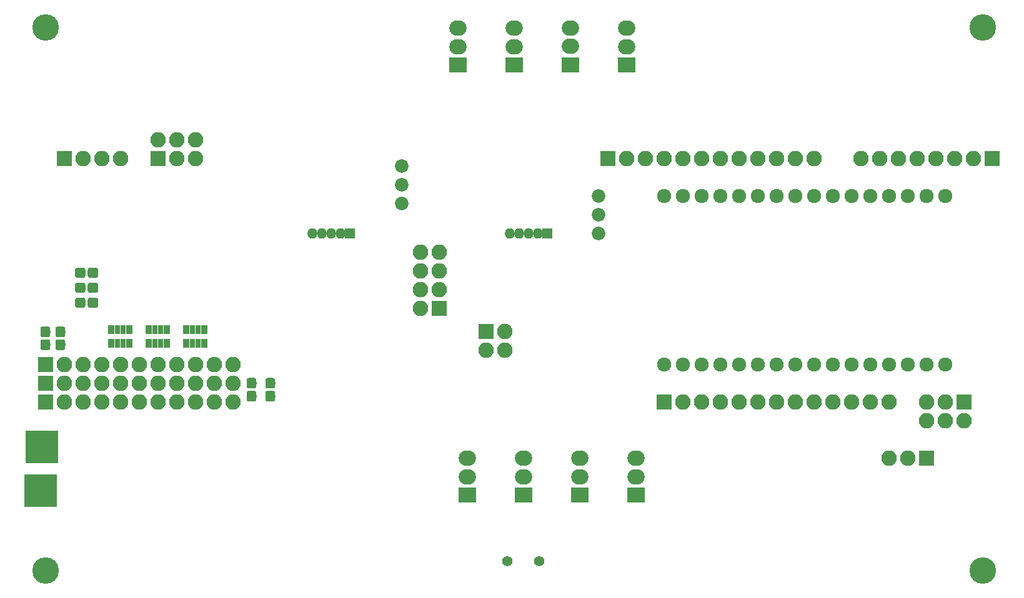
<source format=gbr>
G04 #@! TF.GenerationSoftware,KiCad,Pcbnew,(5.0.0)*
G04 #@! TF.CreationDate,2018-12-02T19:46:23+01:00*
G04 #@! TF.ProjectId,Nightmare V2,4E696768746D6172652056322E6B6963,rev?*
G04 #@! TF.SameCoordinates,Original*
G04 #@! TF.FileFunction,Soldermask,Bot*
G04 #@! TF.FilePolarity,Negative*
%FSLAX46Y46*%
G04 Gerber Fmt 4.6, Leading zero omitted, Abs format (unit mm)*
G04 Created by KiCad (PCBNEW (5.0.0)) date 12/02/18 19:46:23*
%MOMM*%
%LPD*%
G01*
G04 APERTURE LIST*
%ADD10O,2.100000X2.100000*%
%ADD11R,2.100000X2.100000*%
%ADD12C,1.840000*%
%ADD13R,4.400000X4.400000*%
%ADD14C,3.600000*%
%ADD15C,0.100000*%
%ADD16C,1.350000*%
%ADD17O,2.350000X2.100000*%
%ADD18R,2.350000X2.100000*%
%ADD19O,1.400000X1.400000*%
%ADD20R,1.400000X1.400000*%
%ADD21C,1.400000*%
%ADD22R,0.900000X1.200000*%
%ADD23R,0.800000X1.200000*%
%ADD24C,1.924000*%
G04 APERTURE END LIST*
D10*
G04 #@! TO.C,J19*
X228600000Y-91440000D03*
X228600000Y-88900000D03*
X231140000Y-91440000D03*
X231140000Y-88900000D03*
X233680000Y-91440000D03*
D11*
X233680000Y-88900000D03*
G04 #@! TD*
D12*
G04 #@! TO.C,RV2*
X157480000Y-61976000D03*
X157480000Y-59436000D03*
X157480000Y-56896000D03*
G04 #@! TD*
D13*
G04 #@! TO.C,J24*
X108585000Y-100965000D03*
G04 #@! TD*
G04 #@! TO.C,J25*
X108712000Y-94996000D03*
G04 #@! TD*
D11*
G04 #@! TO.C,J22*
X168910000Y-79375000D03*
D10*
X171450000Y-79375000D03*
X168910000Y-81915000D03*
X171450000Y-81915000D03*
G04 #@! TD*
D14*
G04 #@! TO.C,MH1*
X109220000Y-38100000D03*
G04 #@! TD*
G04 #@! TO.C,MH2*
X236220000Y-38100000D03*
G04 #@! TD*
G04 #@! TO.C,MH3*
X236220000Y-111760000D03*
G04 #@! TD*
G04 #@! TO.C,MH4*
X109220000Y-111760000D03*
G04 #@! TD*
D11*
G04 #@! TO.C,J18*
X111760000Y-55880000D03*
D10*
X114300000Y-55880000D03*
X116840000Y-55880000D03*
X119380000Y-55880000D03*
G04 #@! TD*
D15*
G04 #@! TO.C,C1*
G36*
X140070581Y-85636625D02*
X140103343Y-85641485D01*
X140135471Y-85649533D01*
X140166656Y-85660691D01*
X140196596Y-85674852D01*
X140225005Y-85691879D01*
X140251608Y-85711609D01*
X140276149Y-85733851D01*
X140298391Y-85758392D01*
X140318121Y-85784995D01*
X140335148Y-85813404D01*
X140349309Y-85843344D01*
X140360467Y-85874529D01*
X140368515Y-85906657D01*
X140373375Y-85939419D01*
X140375000Y-85972500D01*
X140375000Y-86747500D01*
X140373375Y-86780581D01*
X140368515Y-86813343D01*
X140360467Y-86845471D01*
X140349309Y-86876656D01*
X140335148Y-86906596D01*
X140318121Y-86935005D01*
X140298391Y-86961608D01*
X140276149Y-86986149D01*
X140251608Y-87008391D01*
X140225005Y-87028121D01*
X140196596Y-87045148D01*
X140166656Y-87059309D01*
X140135471Y-87070467D01*
X140103343Y-87078515D01*
X140070581Y-87083375D01*
X140037500Y-87085000D01*
X139362500Y-87085000D01*
X139329419Y-87083375D01*
X139296657Y-87078515D01*
X139264529Y-87070467D01*
X139233344Y-87059309D01*
X139203404Y-87045148D01*
X139174995Y-87028121D01*
X139148392Y-87008391D01*
X139123851Y-86986149D01*
X139101609Y-86961608D01*
X139081879Y-86935005D01*
X139064852Y-86906596D01*
X139050691Y-86876656D01*
X139039533Y-86845471D01*
X139031485Y-86813343D01*
X139026625Y-86780581D01*
X139025000Y-86747500D01*
X139025000Y-85972500D01*
X139026625Y-85939419D01*
X139031485Y-85906657D01*
X139039533Y-85874529D01*
X139050691Y-85843344D01*
X139064852Y-85813404D01*
X139081879Y-85784995D01*
X139101609Y-85758392D01*
X139123851Y-85733851D01*
X139148392Y-85711609D01*
X139174995Y-85691879D01*
X139203404Y-85674852D01*
X139233344Y-85660691D01*
X139264529Y-85649533D01*
X139296657Y-85641485D01*
X139329419Y-85636625D01*
X139362500Y-85635000D01*
X140037500Y-85635000D01*
X140070581Y-85636625D01*
X140070581Y-85636625D01*
G37*
D16*
X139700000Y-86360000D03*
D15*
G36*
X140070581Y-87386625D02*
X140103343Y-87391485D01*
X140135471Y-87399533D01*
X140166656Y-87410691D01*
X140196596Y-87424852D01*
X140225005Y-87441879D01*
X140251608Y-87461609D01*
X140276149Y-87483851D01*
X140298391Y-87508392D01*
X140318121Y-87534995D01*
X140335148Y-87563404D01*
X140349309Y-87593344D01*
X140360467Y-87624529D01*
X140368515Y-87656657D01*
X140373375Y-87689419D01*
X140375000Y-87722500D01*
X140375000Y-88497500D01*
X140373375Y-88530581D01*
X140368515Y-88563343D01*
X140360467Y-88595471D01*
X140349309Y-88626656D01*
X140335148Y-88656596D01*
X140318121Y-88685005D01*
X140298391Y-88711608D01*
X140276149Y-88736149D01*
X140251608Y-88758391D01*
X140225005Y-88778121D01*
X140196596Y-88795148D01*
X140166656Y-88809309D01*
X140135471Y-88820467D01*
X140103343Y-88828515D01*
X140070581Y-88833375D01*
X140037500Y-88835000D01*
X139362500Y-88835000D01*
X139329419Y-88833375D01*
X139296657Y-88828515D01*
X139264529Y-88820467D01*
X139233344Y-88809309D01*
X139203404Y-88795148D01*
X139174995Y-88778121D01*
X139148392Y-88758391D01*
X139123851Y-88736149D01*
X139101609Y-88711608D01*
X139081879Y-88685005D01*
X139064852Y-88656596D01*
X139050691Y-88626656D01*
X139039533Y-88595471D01*
X139031485Y-88563343D01*
X139026625Y-88530581D01*
X139025000Y-88497500D01*
X139025000Y-87722500D01*
X139026625Y-87689419D01*
X139031485Y-87656657D01*
X139039533Y-87624529D01*
X139050691Y-87593344D01*
X139064852Y-87563404D01*
X139081879Y-87534995D01*
X139101609Y-87508392D01*
X139123851Y-87483851D01*
X139148392Y-87461609D01*
X139174995Y-87441879D01*
X139203404Y-87424852D01*
X139233344Y-87410691D01*
X139264529Y-87399533D01*
X139296657Y-87391485D01*
X139329419Y-87386625D01*
X139362500Y-87385000D01*
X140037500Y-87385000D01*
X140070581Y-87386625D01*
X140070581Y-87386625D01*
G37*
D16*
X139700000Y-88110000D03*
G04 #@! TD*
D15*
G04 #@! TO.C,C2*
G36*
X137530581Y-87386625D02*
X137563343Y-87391485D01*
X137595471Y-87399533D01*
X137626656Y-87410691D01*
X137656596Y-87424852D01*
X137685005Y-87441879D01*
X137711608Y-87461609D01*
X137736149Y-87483851D01*
X137758391Y-87508392D01*
X137778121Y-87534995D01*
X137795148Y-87563404D01*
X137809309Y-87593344D01*
X137820467Y-87624529D01*
X137828515Y-87656657D01*
X137833375Y-87689419D01*
X137835000Y-87722500D01*
X137835000Y-88497500D01*
X137833375Y-88530581D01*
X137828515Y-88563343D01*
X137820467Y-88595471D01*
X137809309Y-88626656D01*
X137795148Y-88656596D01*
X137778121Y-88685005D01*
X137758391Y-88711608D01*
X137736149Y-88736149D01*
X137711608Y-88758391D01*
X137685005Y-88778121D01*
X137656596Y-88795148D01*
X137626656Y-88809309D01*
X137595471Y-88820467D01*
X137563343Y-88828515D01*
X137530581Y-88833375D01*
X137497500Y-88835000D01*
X136822500Y-88835000D01*
X136789419Y-88833375D01*
X136756657Y-88828515D01*
X136724529Y-88820467D01*
X136693344Y-88809309D01*
X136663404Y-88795148D01*
X136634995Y-88778121D01*
X136608392Y-88758391D01*
X136583851Y-88736149D01*
X136561609Y-88711608D01*
X136541879Y-88685005D01*
X136524852Y-88656596D01*
X136510691Y-88626656D01*
X136499533Y-88595471D01*
X136491485Y-88563343D01*
X136486625Y-88530581D01*
X136485000Y-88497500D01*
X136485000Y-87722500D01*
X136486625Y-87689419D01*
X136491485Y-87656657D01*
X136499533Y-87624529D01*
X136510691Y-87593344D01*
X136524852Y-87563404D01*
X136541879Y-87534995D01*
X136561609Y-87508392D01*
X136583851Y-87483851D01*
X136608392Y-87461609D01*
X136634995Y-87441879D01*
X136663404Y-87424852D01*
X136693344Y-87410691D01*
X136724529Y-87399533D01*
X136756657Y-87391485D01*
X136789419Y-87386625D01*
X136822500Y-87385000D01*
X137497500Y-87385000D01*
X137530581Y-87386625D01*
X137530581Y-87386625D01*
G37*
D16*
X137160000Y-88110000D03*
D15*
G36*
X137530581Y-85636625D02*
X137563343Y-85641485D01*
X137595471Y-85649533D01*
X137626656Y-85660691D01*
X137656596Y-85674852D01*
X137685005Y-85691879D01*
X137711608Y-85711609D01*
X137736149Y-85733851D01*
X137758391Y-85758392D01*
X137778121Y-85784995D01*
X137795148Y-85813404D01*
X137809309Y-85843344D01*
X137820467Y-85874529D01*
X137828515Y-85906657D01*
X137833375Y-85939419D01*
X137835000Y-85972500D01*
X137835000Y-86747500D01*
X137833375Y-86780581D01*
X137828515Y-86813343D01*
X137820467Y-86845471D01*
X137809309Y-86876656D01*
X137795148Y-86906596D01*
X137778121Y-86935005D01*
X137758391Y-86961608D01*
X137736149Y-86986149D01*
X137711608Y-87008391D01*
X137685005Y-87028121D01*
X137656596Y-87045148D01*
X137626656Y-87059309D01*
X137595471Y-87070467D01*
X137563343Y-87078515D01*
X137530581Y-87083375D01*
X137497500Y-87085000D01*
X136822500Y-87085000D01*
X136789419Y-87083375D01*
X136756657Y-87078515D01*
X136724529Y-87070467D01*
X136693344Y-87059309D01*
X136663404Y-87045148D01*
X136634995Y-87028121D01*
X136608392Y-87008391D01*
X136583851Y-86986149D01*
X136561609Y-86961608D01*
X136541879Y-86935005D01*
X136524852Y-86906596D01*
X136510691Y-86876656D01*
X136499533Y-86845471D01*
X136491485Y-86813343D01*
X136486625Y-86780581D01*
X136485000Y-86747500D01*
X136485000Y-85972500D01*
X136486625Y-85939419D01*
X136491485Y-85906657D01*
X136499533Y-85874529D01*
X136510691Y-85843344D01*
X136524852Y-85813404D01*
X136541879Y-85784995D01*
X136561609Y-85758392D01*
X136583851Y-85733851D01*
X136608392Y-85711609D01*
X136634995Y-85691879D01*
X136663404Y-85674852D01*
X136693344Y-85660691D01*
X136724529Y-85649533D01*
X136756657Y-85641485D01*
X136789419Y-85636625D01*
X136822500Y-85635000D01*
X137497500Y-85635000D01*
X137530581Y-85636625D01*
X137530581Y-85636625D01*
G37*
D16*
X137160000Y-86360000D03*
G04 #@! TD*
D15*
G04 #@! TO.C,C11*
G36*
X116103581Y-70700625D02*
X116136343Y-70705485D01*
X116168471Y-70713533D01*
X116199656Y-70724691D01*
X116229596Y-70738852D01*
X116258005Y-70755879D01*
X116284608Y-70775609D01*
X116309149Y-70797851D01*
X116331391Y-70822392D01*
X116351121Y-70848995D01*
X116368148Y-70877404D01*
X116382309Y-70907344D01*
X116393467Y-70938529D01*
X116401515Y-70970657D01*
X116406375Y-71003419D01*
X116408000Y-71036500D01*
X116408000Y-71711500D01*
X116406375Y-71744581D01*
X116401515Y-71777343D01*
X116393467Y-71809471D01*
X116382309Y-71840656D01*
X116368148Y-71870596D01*
X116351121Y-71899005D01*
X116331391Y-71925608D01*
X116309149Y-71950149D01*
X116284608Y-71972391D01*
X116258005Y-71992121D01*
X116229596Y-72009148D01*
X116199656Y-72023309D01*
X116168471Y-72034467D01*
X116136343Y-72042515D01*
X116103581Y-72047375D01*
X116070500Y-72049000D01*
X115295500Y-72049000D01*
X115262419Y-72047375D01*
X115229657Y-72042515D01*
X115197529Y-72034467D01*
X115166344Y-72023309D01*
X115136404Y-72009148D01*
X115107995Y-71992121D01*
X115081392Y-71972391D01*
X115056851Y-71950149D01*
X115034609Y-71925608D01*
X115014879Y-71899005D01*
X114997852Y-71870596D01*
X114983691Y-71840656D01*
X114972533Y-71809471D01*
X114964485Y-71777343D01*
X114959625Y-71744581D01*
X114958000Y-71711500D01*
X114958000Y-71036500D01*
X114959625Y-71003419D01*
X114964485Y-70970657D01*
X114972533Y-70938529D01*
X114983691Y-70907344D01*
X114997852Y-70877404D01*
X115014879Y-70848995D01*
X115034609Y-70822392D01*
X115056851Y-70797851D01*
X115081392Y-70775609D01*
X115107995Y-70755879D01*
X115136404Y-70738852D01*
X115166344Y-70724691D01*
X115197529Y-70713533D01*
X115229657Y-70705485D01*
X115262419Y-70700625D01*
X115295500Y-70699000D01*
X116070500Y-70699000D01*
X116103581Y-70700625D01*
X116103581Y-70700625D01*
G37*
D16*
X115683000Y-71374000D03*
D15*
G36*
X114353581Y-70700625D02*
X114386343Y-70705485D01*
X114418471Y-70713533D01*
X114449656Y-70724691D01*
X114479596Y-70738852D01*
X114508005Y-70755879D01*
X114534608Y-70775609D01*
X114559149Y-70797851D01*
X114581391Y-70822392D01*
X114601121Y-70848995D01*
X114618148Y-70877404D01*
X114632309Y-70907344D01*
X114643467Y-70938529D01*
X114651515Y-70970657D01*
X114656375Y-71003419D01*
X114658000Y-71036500D01*
X114658000Y-71711500D01*
X114656375Y-71744581D01*
X114651515Y-71777343D01*
X114643467Y-71809471D01*
X114632309Y-71840656D01*
X114618148Y-71870596D01*
X114601121Y-71899005D01*
X114581391Y-71925608D01*
X114559149Y-71950149D01*
X114534608Y-71972391D01*
X114508005Y-71992121D01*
X114479596Y-72009148D01*
X114449656Y-72023309D01*
X114418471Y-72034467D01*
X114386343Y-72042515D01*
X114353581Y-72047375D01*
X114320500Y-72049000D01*
X113545500Y-72049000D01*
X113512419Y-72047375D01*
X113479657Y-72042515D01*
X113447529Y-72034467D01*
X113416344Y-72023309D01*
X113386404Y-72009148D01*
X113357995Y-71992121D01*
X113331392Y-71972391D01*
X113306851Y-71950149D01*
X113284609Y-71925608D01*
X113264879Y-71899005D01*
X113247852Y-71870596D01*
X113233691Y-71840656D01*
X113222533Y-71809471D01*
X113214485Y-71777343D01*
X113209625Y-71744581D01*
X113208000Y-71711500D01*
X113208000Y-71036500D01*
X113209625Y-71003419D01*
X113214485Y-70970657D01*
X113222533Y-70938529D01*
X113233691Y-70907344D01*
X113247852Y-70877404D01*
X113264879Y-70848995D01*
X113284609Y-70822392D01*
X113306851Y-70797851D01*
X113331392Y-70775609D01*
X113357995Y-70755879D01*
X113386404Y-70738852D01*
X113416344Y-70724691D01*
X113447529Y-70713533D01*
X113479657Y-70705485D01*
X113512419Y-70700625D01*
X113545500Y-70699000D01*
X114320500Y-70699000D01*
X114353581Y-70700625D01*
X114353581Y-70700625D01*
G37*
D16*
X113933000Y-71374000D03*
G04 #@! TD*
D15*
G04 #@! TO.C,C5*
G36*
X116103581Y-74764625D02*
X116136343Y-74769485D01*
X116168471Y-74777533D01*
X116199656Y-74788691D01*
X116229596Y-74802852D01*
X116258005Y-74819879D01*
X116284608Y-74839609D01*
X116309149Y-74861851D01*
X116331391Y-74886392D01*
X116351121Y-74912995D01*
X116368148Y-74941404D01*
X116382309Y-74971344D01*
X116393467Y-75002529D01*
X116401515Y-75034657D01*
X116406375Y-75067419D01*
X116408000Y-75100500D01*
X116408000Y-75775500D01*
X116406375Y-75808581D01*
X116401515Y-75841343D01*
X116393467Y-75873471D01*
X116382309Y-75904656D01*
X116368148Y-75934596D01*
X116351121Y-75963005D01*
X116331391Y-75989608D01*
X116309149Y-76014149D01*
X116284608Y-76036391D01*
X116258005Y-76056121D01*
X116229596Y-76073148D01*
X116199656Y-76087309D01*
X116168471Y-76098467D01*
X116136343Y-76106515D01*
X116103581Y-76111375D01*
X116070500Y-76113000D01*
X115295500Y-76113000D01*
X115262419Y-76111375D01*
X115229657Y-76106515D01*
X115197529Y-76098467D01*
X115166344Y-76087309D01*
X115136404Y-76073148D01*
X115107995Y-76056121D01*
X115081392Y-76036391D01*
X115056851Y-76014149D01*
X115034609Y-75989608D01*
X115014879Y-75963005D01*
X114997852Y-75934596D01*
X114983691Y-75904656D01*
X114972533Y-75873471D01*
X114964485Y-75841343D01*
X114959625Y-75808581D01*
X114958000Y-75775500D01*
X114958000Y-75100500D01*
X114959625Y-75067419D01*
X114964485Y-75034657D01*
X114972533Y-75002529D01*
X114983691Y-74971344D01*
X114997852Y-74941404D01*
X115014879Y-74912995D01*
X115034609Y-74886392D01*
X115056851Y-74861851D01*
X115081392Y-74839609D01*
X115107995Y-74819879D01*
X115136404Y-74802852D01*
X115166344Y-74788691D01*
X115197529Y-74777533D01*
X115229657Y-74769485D01*
X115262419Y-74764625D01*
X115295500Y-74763000D01*
X116070500Y-74763000D01*
X116103581Y-74764625D01*
X116103581Y-74764625D01*
G37*
D16*
X115683000Y-75438000D03*
D15*
G36*
X114353581Y-74764625D02*
X114386343Y-74769485D01*
X114418471Y-74777533D01*
X114449656Y-74788691D01*
X114479596Y-74802852D01*
X114508005Y-74819879D01*
X114534608Y-74839609D01*
X114559149Y-74861851D01*
X114581391Y-74886392D01*
X114601121Y-74912995D01*
X114618148Y-74941404D01*
X114632309Y-74971344D01*
X114643467Y-75002529D01*
X114651515Y-75034657D01*
X114656375Y-75067419D01*
X114658000Y-75100500D01*
X114658000Y-75775500D01*
X114656375Y-75808581D01*
X114651515Y-75841343D01*
X114643467Y-75873471D01*
X114632309Y-75904656D01*
X114618148Y-75934596D01*
X114601121Y-75963005D01*
X114581391Y-75989608D01*
X114559149Y-76014149D01*
X114534608Y-76036391D01*
X114508005Y-76056121D01*
X114479596Y-76073148D01*
X114449656Y-76087309D01*
X114418471Y-76098467D01*
X114386343Y-76106515D01*
X114353581Y-76111375D01*
X114320500Y-76113000D01*
X113545500Y-76113000D01*
X113512419Y-76111375D01*
X113479657Y-76106515D01*
X113447529Y-76098467D01*
X113416344Y-76087309D01*
X113386404Y-76073148D01*
X113357995Y-76056121D01*
X113331392Y-76036391D01*
X113306851Y-76014149D01*
X113284609Y-75989608D01*
X113264879Y-75963005D01*
X113247852Y-75934596D01*
X113233691Y-75904656D01*
X113222533Y-75873471D01*
X113214485Y-75841343D01*
X113209625Y-75808581D01*
X113208000Y-75775500D01*
X113208000Y-75100500D01*
X113209625Y-75067419D01*
X113214485Y-75034657D01*
X113222533Y-75002529D01*
X113233691Y-74971344D01*
X113247852Y-74941404D01*
X113264879Y-74912995D01*
X113284609Y-74886392D01*
X113306851Y-74861851D01*
X113331392Y-74839609D01*
X113357995Y-74819879D01*
X113386404Y-74802852D01*
X113416344Y-74788691D01*
X113447529Y-74777533D01*
X113479657Y-74769485D01*
X113512419Y-74764625D01*
X113545500Y-74763000D01*
X114320500Y-74763000D01*
X114353581Y-74764625D01*
X114353581Y-74764625D01*
G37*
D16*
X113933000Y-75438000D03*
G04 #@! TD*
D15*
G04 #@! TO.C,C6*
G36*
X114353581Y-72732625D02*
X114386343Y-72737485D01*
X114418471Y-72745533D01*
X114449656Y-72756691D01*
X114479596Y-72770852D01*
X114508005Y-72787879D01*
X114534608Y-72807609D01*
X114559149Y-72829851D01*
X114581391Y-72854392D01*
X114601121Y-72880995D01*
X114618148Y-72909404D01*
X114632309Y-72939344D01*
X114643467Y-72970529D01*
X114651515Y-73002657D01*
X114656375Y-73035419D01*
X114658000Y-73068500D01*
X114658000Y-73743500D01*
X114656375Y-73776581D01*
X114651515Y-73809343D01*
X114643467Y-73841471D01*
X114632309Y-73872656D01*
X114618148Y-73902596D01*
X114601121Y-73931005D01*
X114581391Y-73957608D01*
X114559149Y-73982149D01*
X114534608Y-74004391D01*
X114508005Y-74024121D01*
X114479596Y-74041148D01*
X114449656Y-74055309D01*
X114418471Y-74066467D01*
X114386343Y-74074515D01*
X114353581Y-74079375D01*
X114320500Y-74081000D01*
X113545500Y-74081000D01*
X113512419Y-74079375D01*
X113479657Y-74074515D01*
X113447529Y-74066467D01*
X113416344Y-74055309D01*
X113386404Y-74041148D01*
X113357995Y-74024121D01*
X113331392Y-74004391D01*
X113306851Y-73982149D01*
X113284609Y-73957608D01*
X113264879Y-73931005D01*
X113247852Y-73902596D01*
X113233691Y-73872656D01*
X113222533Y-73841471D01*
X113214485Y-73809343D01*
X113209625Y-73776581D01*
X113208000Y-73743500D01*
X113208000Y-73068500D01*
X113209625Y-73035419D01*
X113214485Y-73002657D01*
X113222533Y-72970529D01*
X113233691Y-72939344D01*
X113247852Y-72909404D01*
X113264879Y-72880995D01*
X113284609Y-72854392D01*
X113306851Y-72829851D01*
X113331392Y-72807609D01*
X113357995Y-72787879D01*
X113386404Y-72770852D01*
X113416344Y-72756691D01*
X113447529Y-72745533D01*
X113479657Y-72737485D01*
X113512419Y-72732625D01*
X113545500Y-72731000D01*
X114320500Y-72731000D01*
X114353581Y-72732625D01*
X114353581Y-72732625D01*
G37*
D16*
X113933000Y-73406000D03*
D15*
G36*
X116103581Y-72732625D02*
X116136343Y-72737485D01*
X116168471Y-72745533D01*
X116199656Y-72756691D01*
X116229596Y-72770852D01*
X116258005Y-72787879D01*
X116284608Y-72807609D01*
X116309149Y-72829851D01*
X116331391Y-72854392D01*
X116351121Y-72880995D01*
X116368148Y-72909404D01*
X116382309Y-72939344D01*
X116393467Y-72970529D01*
X116401515Y-73002657D01*
X116406375Y-73035419D01*
X116408000Y-73068500D01*
X116408000Y-73743500D01*
X116406375Y-73776581D01*
X116401515Y-73809343D01*
X116393467Y-73841471D01*
X116382309Y-73872656D01*
X116368148Y-73902596D01*
X116351121Y-73931005D01*
X116331391Y-73957608D01*
X116309149Y-73982149D01*
X116284608Y-74004391D01*
X116258005Y-74024121D01*
X116229596Y-74041148D01*
X116199656Y-74055309D01*
X116168471Y-74066467D01*
X116136343Y-74074515D01*
X116103581Y-74079375D01*
X116070500Y-74081000D01*
X115295500Y-74081000D01*
X115262419Y-74079375D01*
X115229657Y-74074515D01*
X115197529Y-74066467D01*
X115166344Y-74055309D01*
X115136404Y-74041148D01*
X115107995Y-74024121D01*
X115081392Y-74004391D01*
X115056851Y-73982149D01*
X115034609Y-73957608D01*
X115014879Y-73931005D01*
X114997852Y-73902596D01*
X114983691Y-73872656D01*
X114972533Y-73841471D01*
X114964485Y-73809343D01*
X114959625Y-73776581D01*
X114958000Y-73743500D01*
X114958000Y-73068500D01*
X114959625Y-73035419D01*
X114964485Y-73002657D01*
X114972533Y-72970529D01*
X114983691Y-72939344D01*
X114997852Y-72909404D01*
X115014879Y-72880995D01*
X115034609Y-72854392D01*
X115056851Y-72829851D01*
X115081392Y-72807609D01*
X115107995Y-72787879D01*
X115136404Y-72770852D01*
X115166344Y-72756691D01*
X115197529Y-72745533D01*
X115229657Y-72737485D01*
X115262419Y-72732625D01*
X115295500Y-72731000D01*
X116070500Y-72731000D01*
X116103581Y-72732625D01*
X116103581Y-72732625D01*
G37*
D16*
X115683000Y-73406000D03*
G04 #@! TD*
D15*
G04 #@! TO.C,C7*
G36*
X109590581Y-80415625D02*
X109623343Y-80420485D01*
X109655471Y-80428533D01*
X109686656Y-80439691D01*
X109716596Y-80453852D01*
X109745005Y-80470879D01*
X109771608Y-80490609D01*
X109796149Y-80512851D01*
X109818391Y-80537392D01*
X109838121Y-80563995D01*
X109855148Y-80592404D01*
X109869309Y-80622344D01*
X109880467Y-80653529D01*
X109888515Y-80685657D01*
X109893375Y-80718419D01*
X109895000Y-80751500D01*
X109895000Y-81526500D01*
X109893375Y-81559581D01*
X109888515Y-81592343D01*
X109880467Y-81624471D01*
X109869309Y-81655656D01*
X109855148Y-81685596D01*
X109838121Y-81714005D01*
X109818391Y-81740608D01*
X109796149Y-81765149D01*
X109771608Y-81787391D01*
X109745005Y-81807121D01*
X109716596Y-81824148D01*
X109686656Y-81838309D01*
X109655471Y-81849467D01*
X109623343Y-81857515D01*
X109590581Y-81862375D01*
X109557500Y-81864000D01*
X108882500Y-81864000D01*
X108849419Y-81862375D01*
X108816657Y-81857515D01*
X108784529Y-81849467D01*
X108753344Y-81838309D01*
X108723404Y-81824148D01*
X108694995Y-81807121D01*
X108668392Y-81787391D01*
X108643851Y-81765149D01*
X108621609Y-81740608D01*
X108601879Y-81714005D01*
X108584852Y-81685596D01*
X108570691Y-81655656D01*
X108559533Y-81624471D01*
X108551485Y-81592343D01*
X108546625Y-81559581D01*
X108545000Y-81526500D01*
X108545000Y-80751500D01*
X108546625Y-80718419D01*
X108551485Y-80685657D01*
X108559533Y-80653529D01*
X108570691Y-80622344D01*
X108584852Y-80592404D01*
X108601879Y-80563995D01*
X108621609Y-80537392D01*
X108643851Y-80512851D01*
X108668392Y-80490609D01*
X108694995Y-80470879D01*
X108723404Y-80453852D01*
X108753344Y-80439691D01*
X108784529Y-80428533D01*
X108816657Y-80420485D01*
X108849419Y-80415625D01*
X108882500Y-80414000D01*
X109557500Y-80414000D01*
X109590581Y-80415625D01*
X109590581Y-80415625D01*
G37*
D16*
X109220000Y-81139000D03*
D15*
G36*
X109590581Y-78665625D02*
X109623343Y-78670485D01*
X109655471Y-78678533D01*
X109686656Y-78689691D01*
X109716596Y-78703852D01*
X109745005Y-78720879D01*
X109771608Y-78740609D01*
X109796149Y-78762851D01*
X109818391Y-78787392D01*
X109838121Y-78813995D01*
X109855148Y-78842404D01*
X109869309Y-78872344D01*
X109880467Y-78903529D01*
X109888515Y-78935657D01*
X109893375Y-78968419D01*
X109895000Y-79001500D01*
X109895000Y-79776500D01*
X109893375Y-79809581D01*
X109888515Y-79842343D01*
X109880467Y-79874471D01*
X109869309Y-79905656D01*
X109855148Y-79935596D01*
X109838121Y-79964005D01*
X109818391Y-79990608D01*
X109796149Y-80015149D01*
X109771608Y-80037391D01*
X109745005Y-80057121D01*
X109716596Y-80074148D01*
X109686656Y-80088309D01*
X109655471Y-80099467D01*
X109623343Y-80107515D01*
X109590581Y-80112375D01*
X109557500Y-80114000D01*
X108882500Y-80114000D01*
X108849419Y-80112375D01*
X108816657Y-80107515D01*
X108784529Y-80099467D01*
X108753344Y-80088309D01*
X108723404Y-80074148D01*
X108694995Y-80057121D01*
X108668392Y-80037391D01*
X108643851Y-80015149D01*
X108621609Y-79990608D01*
X108601879Y-79964005D01*
X108584852Y-79935596D01*
X108570691Y-79905656D01*
X108559533Y-79874471D01*
X108551485Y-79842343D01*
X108546625Y-79809581D01*
X108545000Y-79776500D01*
X108545000Y-79001500D01*
X108546625Y-78968419D01*
X108551485Y-78935657D01*
X108559533Y-78903529D01*
X108570691Y-78872344D01*
X108584852Y-78842404D01*
X108601879Y-78813995D01*
X108621609Y-78787392D01*
X108643851Y-78762851D01*
X108668392Y-78740609D01*
X108694995Y-78720879D01*
X108723404Y-78703852D01*
X108753344Y-78689691D01*
X108784529Y-78678533D01*
X108816657Y-78670485D01*
X108849419Y-78665625D01*
X108882500Y-78664000D01*
X109557500Y-78664000D01*
X109590581Y-78665625D01*
X109590581Y-78665625D01*
G37*
D16*
X109220000Y-79389000D03*
G04 #@! TD*
D15*
G04 #@! TO.C,C10*
G36*
X111622581Y-80415625D02*
X111655343Y-80420485D01*
X111687471Y-80428533D01*
X111718656Y-80439691D01*
X111748596Y-80453852D01*
X111777005Y-80470879D01*
X111803608Y-80490609D01*
X111828149Y-80512851D01*
X111850391Y-80537392D01*
X111870121Y-80563995D01*
X111887148Y-80592404D01*
X111901309Y-80622344D01*
X111912467Y-80653529D01*
X111920515Y-80685657D01*
X111925375Y-80718419D01*
X111927000Y-80751500D01*
X111927000Y-81526500D01*
X111925375Y-81559581D01*
X111920515Y-81592343D01*
X111912467Y-81624471D01*
X111901309Y-81655656D01*
X111887148Y-81685596D01*
X111870121Y-81714005D01*
X111850391Y-81740608D01*
X111828149Y-81765149D01*
X111803608Y-81787391D01*
X111777005Y-81807121D01*
X111748596Y-81824148D01*
X111718656Y-81838309D01*
X111687471Y-81849467D01*
X111655343Y-81857515D01*
X111622581Y-81862375D01*
X111589500Y-81864000D01*
X110914500Y-81864000D01*
X110881419Y-81862375D01*
X110848657Y-81857515D01*
X110816529Y-81849467D01*
X110785344Y-81838309D01*
X110755404Y-81824148D01*
X110726995Y-81807121D01*
X110700392Y-81787391D01*
X110675851Y-81765149D01*
X110653609Y-81740608D01*
X110633879Y-81714005D01*
X110616852Y-81685596D01*
X110602691Y-81655656D01*
X110591533Y-81624471D01*
X110583485Y-81592343D01*
X110578625Y-81559581D01*
X110577000Y-81526500D01*
X110577000Y-80751500D01*
X110578625Y-80718419D01*
X110583485Y-80685657D01*
X110591533Y-80653529D01*
X110602691Y-80622344D01*
X110616852Y-80592404D01*
X110633879Y-80563995D01*
X110653609Y-80537392D01*
X110675851Y-80512851D01*
X110700392Y-80490609D01*
X110726995Y-80470879D01*
X110755404Y-80453852D01*
X110785344Y-80439691D01*
X110816529Y-80428533D01*
X110848657Y-80420485D01*
X110881419Y-80415625D01*
X110914500Y-80414000D01*
X111589500Y-80414000D01*
X111622581Y-80415625D01*
X111622581Y-80415625D01*
G37*
D16*
X111252000Y-81139000D03*
D15*
G36*
X111622581Y-78665625D02*
X111655343Y-78670485D01*
X111687471Y-78678533D01*
X111718656Y-78689691D01*
X111748596Y-78703852D01*
X111777005Y-78720879D01*
X111803608Y-78740609D01*
X111828149Y-78762851D01*
X111850391Y-78787392D01*
X111870121Y-78813995D01*
X111887148Y-78842404D01*
X111901309Y-78872344D01*
X111912467Y-78903529D01*
X111920515Y-78935657D01*
X111925375Y-78968419D01*
X111927000Y-79001500D01*
X111927000Y-79776500D01*
X111925375Y-79809581D01*
X111920515Y-79842343D01*
X111912467Y-79874471D01*
X111901309Y-79905656D01*
X111887148Y-79935596D01*
X111870121Y-79964005D01*
X111850391Y-79990608D01*
X111828149Y-80015149D01*
X111803608Y-80037391D01*
X111777005Y-80057121D01*
X111748596Y-80074148D01*
X111718656Y-80088309D01*
X111687471Y-80099467D01*
X111655343Y-80107515D01*
X111622581Y-80112375D01*
X111589500Y-80114000D01*
X110914500Y-80114000D01*
X110881419Y-80112375D01*
X110848657Y-80107515D01*
X110816529Y-80099467D01*
X110785344Y-80088309D01*
X110755404Y-80074148D01*
X110726995Y-80057121D01*
X110700392Y-80037391D01*
X110675851Y-80015149D01*
X110653609Y-79990608D01*
X110633879Y-79964005D01*
X110616852Y-79935596D01*
X110602691Y-79905656D01*
X110591533Y-79874471D01*
X110583485Y-79842343D01*
X110578625Y-79809581D01*
X110577000Y-79776500D01*
X110577000Y-79001500D01*
X110578625Y-78968419D01*
X110583485Y-78935657D01*
X110591533Y-78903529D01*
X110602691Y-78872344D01*
X110616852Y-78842404D01*
X110633879Y-78813995D01*
X110653609Y-78787392D01*
X110675851Y-78762851D01*
X110700392Y-78740609D01*
X110726995Y-78720879D01*
X110755404Y-78703852D01*
X110785344Y-78689691D01*
X110816529Y-78678533D01*
X110848657Y-78670485D01*
X110881419Y-78665625D01*
X110914500Y-78664000D01*
X111589500Y-78664000D01*
X111622581Y-78665625D01*
X111622581Y-78665625D01*
G37*
D16*
X111252000Y-79389000D03*
G04 #@! TD*
D17*
G04 #@! TO.C,J1*
X180340000Y-38180000D03*
X180340000Y-40680000D03*
D18*
X180340000Y-43180000D03*
G04 #@! TD*
D17*
G04 #@! TO.C,J2*
X181610000Y-96560000D03*
X181610000Y-99060000D03*
D18*
X181610000Y-101560000D03*
G04 #@! TD*
D17*
G04 #@! TO.C,J6*
X165100000Y-38220000D03*
X165100000Y-40720000D03*
D18*
X165100000Y-43220000D03*
G04 #@! TD*
D17*
G04 #@! TO.C,J7*
X173990000Y-96560000D03*
X173990000Y-99060000D03*
D18*
X173990000Y-101560000D03*
G04 #@! TD*
D17*
G04 #@! TO.C,J8*
X172720000Y-38220000D03*
X172720000Y-40720000D03*
D18*
X172720000Y-43220000D03*
G04 #@! TD*
G04 #@! TO.C,J10*
X187960000Y-43220000D03*
D17*
X187960000Y-40720000D03*
X187960000Y-38220000D03*
G04 #@! TD*
D18*
G04 #@! TO.C,J11*
X166370000Y-101560000D03*
D17*
X166370000Y-99060000D03*
X166370000Y-96560000D03*
G04 #@! TD*
D18*
G04 #@! TO.C,J9*
X189230000Y-101560000D03*
D17*
X189230000Y-99060000D03*
X189230000Y-96560000D03*
G04 #@! TD*
D19*
G04 #@! TO.C,U7*
X145415000Y-66040000D03*
X146685000Y-66040000D03*
X147955000Y-66040000D03*
X149225000Y-66040000D03*
D20*
X150495000Y-66040000D03*
G04 #@! TD*
G04 #@! TO.C,U5*
X177290000Y-66040000D03*
D19*
X176020000Y-66040000D03*
X174750000Y-66040000D03*
X173480000Y-66040000D03*
X172210000Y-66040000D03*
G04 #@! TD*
D11*
G04 #@! TO.C,J21*
X228600000Y-96520000D03*
D10*
X226060000Y-96520000D03*
X223520000Y-96520000D03*
G04 #@! TD*
D11*
G04 #@! TO.C,J16*
X237490000Y-55880000D03*
D10*
X234950000Y-55880000D03*
X232410000Y-55880000D03*
X229870000Y-55880000D03*
X227330000Y-55880000D03*
X224790000Y-55880000D03*
X222250000Y-55880000D03*
X219710000Y-55880000D03*
G04 #@! TD*
D11*
G04 #@! TO.C,J3*
X109220000Y-83820000D03*
D10*
X111760000Y-83820000D03*
X114300000Y-83820000D03*
X116840000Y-83820000D03*
X119380000Y-83820000D03*
X121920000Y-83820000D03*
X124460000Y-83820000D03*
X127000000Y-83820000D03*
X129540000Y-83820000D03*
X132080000Y-83820000D03*
X134620000Y-83820000D03*
G04 #@! TD*
G04 #@! TO.C,J4*
X134620000Y-86360000D03*
X132080000Y-86360000D03*
X129540000Y-86360000D03*
X127000000Y-86360000D03*
X124460000Y-86360000D03*
X121920000Y-86360000D03*
X119380000Y-86360000D03*
X116840000Y-86360000D03*
X114300000Y-86360000D03*
X111760000Y-86360000D03*
D11*
X109220000Y-86360000D03*
G04 #@! TD*
G04 #@! TO.C,J5*
X109220000Y-88900000D03*
D10*
X111760000Y-88900000D03*
X114300000Y-88900000D03*
X116840000Y-88900000D03*
X119380000Y-88900000D03*
X121920000Y-88900000D03*
X124460000Y-88900000D03*
X127000000Y-88900000D03*
X129540000Y-88900000D03*
X132080000Y-88900000D03*
X134620000Y-88900000D03*
G04 #@! TD*
D11*
G04 #@! TO.C,J13*
X185420000Y-55880000D03*
D10*
X187960000Y-55880000D03*
X190500000Y-55880000D03*
X193040000Y-55880000D03*
X195580000Y-55880000D03*
X198120000Y-55880000D03*
X200660000Y-55880000D03*
X203200000Y-55880000D03*
X205740000Y-55880000D03*
X208280000Y-55880000D03*
X210820000Y-55880000D03*
X213360000Y-55880000D03*
G04 #@! TD*
D11*
G04 #@! TO.C,J14*
X193040000Y-88900000D03*
D10*
X195580000Y-88900000D03*
X198120000Y-88900000D03*
X200660000Y-88900000D03*
X203200000Y-88900000D03*
X205740000Y-88900000D03*
X208280000Y-88900000D03*
X210820000Y-88900000D03*
X213360000Y-88900000D03*
X215900000Y-88900000D03*
X218440000Y-88900000D03*
X220980000Y-88900000D03*
X223520000Y-88900000D03*
G04 #@! TD*
D11*
G04 #@! TO.C,J17*
X124460000Y-55880000D03*
D10*
X124460000Y-53340000D03*
X127000000Y-55880000D03*
X127000000Y-53340000D03*
X129540000Y-55880000D03*
X129540000Y-53340000D03*
G04 #@! TD*
D11*
G04 #@! TO.C,J15*
X162560000Y-76200000D03*
D10*
X160020000Y-76200000D03*
X162560000Y-73660000D03*
X160020000Y-73660000D03*
X162560000Y-71120000D03*
X160020000Y-71120000D03*
X162560000Y-68580000D03*
X160020000Y-68580000D03*
G04 #@! TD*
D21*
G04 #@! TO.C,J20*
X176190000Y-110490000D03*
X171790000Y-110490000D03*
G04 #@! TD*
D12*
G04 #@! TO.C,RV1*
X184150000Y-60960000D03*
X184150000Y-63500000D03*
X184150000Y-66040000D03*
G04 #@! TD*
D22*
G04 #@! TO.C,RN2*
X123260000Y-79110000D03*
D23*
X124860000Y-79110000D03*
X124060000Y-79110000D03*
D22*
X125660000Y-79110000D03*
D23*
X124060000Y-80910000D03*
D22*
X123260000Y-80910000D03*
D23*
X124860000Y-80910000D03*
D22*
X125660000Y-80910000D03*
G04 #@! TD*
G04 #@! TO.C,RN3*
X130740000Y-80910000D03*
D23*
X129940000Y-80910000D03*
D22*
X128340000Y-80910000D03*
D23*
X129140000Y-80910000D03*
D22*
X130740000Y-79110000D03*
D23*
X129140000Y-79110000D03*
X129940000Y-79110000D03*
D22*
X128340000Y-79110000D03*
G04 #@! TD*
G04 #@! TO.C,RN1*
X118180000Y-79110000D03*
D23*
X119780000Y-79110000D03*
X118980000Y-79110000D03*
D22*
X120580000Y-79110000D03*
D23*
X118980000Y-80910000D03*
D22*
X118180000Y-80910000D03*
D23*
X119780000Y-80910000D03*
D22*
X120580000Y-80910000D03*
G04 #@! TD*
D24*
G04 #@! TO.C,U4*
X193040000Y-83820000D03*
X195580000Y-83820000D03*
X198120000Y-83820000D03*
X200660000Y-83820000D03*
X203200000Y-83820000D03*
X205740000Y-83820000D03*
X208280000Y-83820000D03*
X210820000Y-83820000D03*
X213360000Y-83820000D03*
X215900000Y-83820000D03*
X218440000Y-83820000D03*
X220980000Y-83820000D03*
X223520000Y-83820000D03*
X226060000Y-83820000D03*
X228600000Y-83820000D03*
X231140000Y-83820000D03*
X231140000Y-60960000D03*
X228600000Y-60960000D03*
X226060000Y-60960000D03*
X223520000Y-60960000D03*
X220980000Y-60960000D03*
X218440000Y-60960000D03*
X215900000Y-60960000D03*
X213360000Y-60960000D03*
X210820000Y-60960000D03*
X208280000Y-60960000D03*
X205740000Y-60960000D03*
X203200000Y-60960000D03*
X200660000Y-60960000D03*
X198120000Y-60960000D03*
X195580000Y-60960000D03*
X193040000Y-60960000D03*
G04 #@! TD*
M02*

</source>
